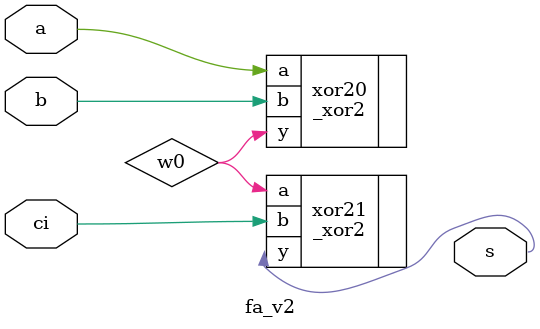
<source format=v>
module fa_v2(a,b,ci,s);
input a,b,ci;
output s;
wire w0;
_xor2 xor20(.a(a), .b(b), .y(w0));
_xor2 xor21(.a(w0), .b(ci), .y(s));
endmodule
</source>
